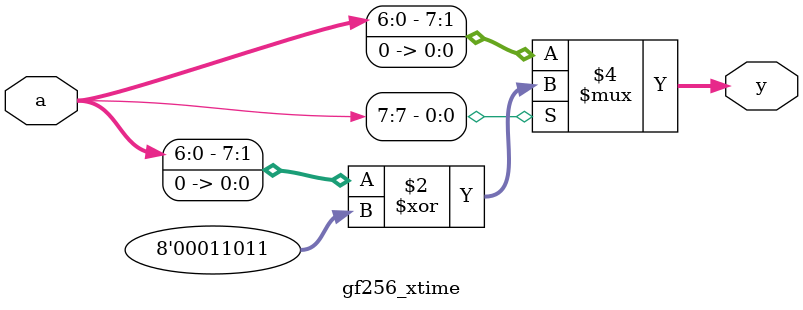
<source format=v>
module gf256_xtime (
  input  wire [7:0] a,
  output wire [7:0] y
);
  assign y = a[7] ? ((a << 1) ^ 8'h1B) : (a << 1);
endmodule

</source>
